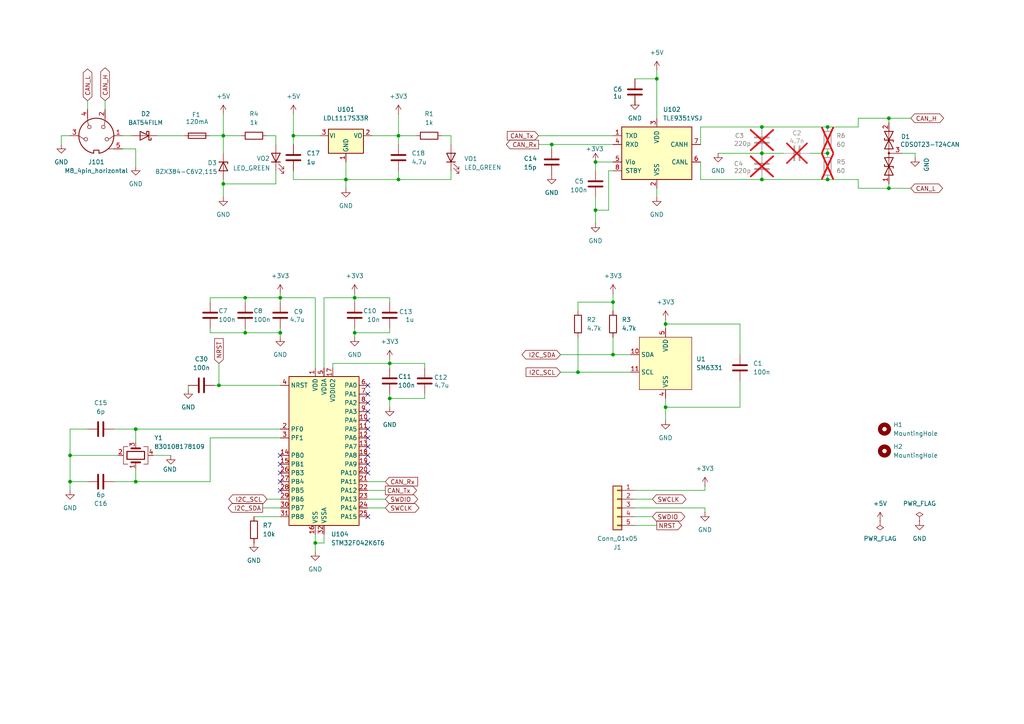
<source format=kicad_sch>
(kicad_sch (version 20231120) (generator "eeschema") (generator_version "8.0")
  (paper "A4")
  (lib_symbols
    (symbol "ASS_parts:SM6331"
      (property "Reference" "U" (at 0 1.27 0))
      (property "Value" "SM6331" (at 0 -1.27 0))
      (symbol "SM6331_0_0"
        (pin no_connect line (at 10.16 0 180) (length 2.54) hide (name "") (number "1"))
        (pin bidirectional line (at -10.16 2.54 0) (length 2.54) (name "SDA") (number "10"))
        (pin input line (at -10.16 -2.54 0) (length 2.54) (name "SCL") (number "11"))
        (pin no_connect line (at 10.16 0 180) (length 2.54) hide (name "") (number "12"))
        (pin no_connect line (at 10.16 0 180) (length 2.54) hide (name "") (number "13"))
        (pin no_connect line (at 10.16 0 180) (length 2.54) hide (name "") (number "14"))
        (pin no_connect line (at 10.16 0 180) (length 2.54) hide (name "") (number "15"))
        (pin no_connect line (at 10.16 0 180) (length 2.54) hide (name "") (number "16"))
        (pin no_connect line (at 10.16 0 180) (length 2.54) hide (name "") (number "2"))
        (pin no_connect line (at 10.16 0 180) (length 2.54) hide (name "") (number "3"))
        (pin power_in line (at 0 -10.16 90) (length 2.54) (name "VSS") (number "4"))
        (pin power_in line (at 0 10.16 270) (length 2.54) (name "VDD") (number "5"))
        (pin no_connect line (at 10.16 0 180) (length 2.54) hide (name "") (number "6"))
        (pin no_connect line (at 10.16 0 180) (length 2.54) hide (name "") (number "7"))
        (pin no_connect line (at 10.16 0 180) (length 2.54) hide (name "") (number "8"))
        (pin no_connect line (at 10.16 0 180) (length 2.54) hide (name "") (number "9"))
      )
      (symbol "SM6331_0_1"
        (rectangle (start -7.62 7.62) (end 7.62 -7.62) (fill (type background)))
      )
    )
    (symbol "Connector_Generic:Conn_01x05" (pin_names (offset 1.016) hide)
      (property "Reference" "J" (at 0 7.62 0))
      (property "Value" "Conn_01x05" (at 0 -7.62 0))
      (symbol "Conn_01x05_1_1"
        (rectangle (start -1.27 -4.953) (end 0 -5.207) (stroke (width 0.1524)))
        (rectangle (start -1.27 -2.413) (end 0 -2.667) (stroke (width 0.1524)))
        (rectangle (start -1.27 0.127) (end 0 -0.127) (stroke (width 0.1524)))
        (rectangle (start -1.27 2.667) (end 0 2.413) (stroke (width 0.1524)))
        (rectangle (start -1.27 5.207) (end 0 4.953) (stroke (width 0.1524)))
        (rectangle (start -1.27 6.35) (end 1.27 -6.35) (stroke (width 0.254)) (fill (type background)))
        (pin passive line (at -5.08 5.08 0) (length 3.81) (name "Pin_1") (number "1"))
        (pin passive line (at -5.08 2.54 0) (length 3.81) (name "Pin_2") (number "2"))
        (pin passive line (at -5.08 0 0) (length 3.81) (name "Pin_3") (number "3"))
        (pin passive line (at -5.08 -2.54 0) (length 3.81) (name "Pin_4") (number "4"))
        (pin passive line (at -5.08 -5.08 0) (length 3.81) (name "Pin_5") (number "5"))
      )
    )
    (symbol "Device:C" (pin_numbers hide) (pin_names (offset 0.254))
      (property "Reference" "C" (at 0.635 2.54 0))
      (property "Value" "C" (at 0.635 -2.54 0))
      (symbol "C_0_1"
        (polyline (pts (xy -2.032 -0.762) (xy 2.032 -0.762)) (stroke (width 0.508)))
        (polyline (pts (xy -2.032 0.762) (xy 2.032 0.762)) (stroke (width 0.508)))
      )
      (symbol "C_1_1"
        (pin passive line (at 0 3.81 270) (length 2.794) (name "~") (number "1"))
        (pin passive line (at 0 -3.81 90) (length 2.794) (name "~") (number "2"))
      )
    )
    (symbol "Device:D_Schottky" (pin_numbers hide) (pin_names (offset 1.016) hide)
      (property "Reference" "D" (at 0 2.54 0))
      (property "Value" "D_Schottky" (at 0 -2.54 0))
      (symbol "D_Schottky_0_1"
        (polyline (pts (xy 1.27 0) (xy -1.27 0)))
        (polyline (pts (xy 1.27 1.27) (xy 1.27 -1.27) (xy -1.27 0) (xy 1.27 1.27)) (stroke (width 0.254)))
        (polyline (pts (xy -1.905 0.635) (xy -1.905 1.27) (xy -1.27 1.27) (xy -1.27 -1.27) (xy -0.635 -1.27) (xy -0.635 -0.635)) (stroke (width 0.254)))
      )
      (symbol "D_Schottky_1_1"
        (pin passive line (at -3.81 0 0) (length 2.54) (name "K") (number "1"))
        (pin passive line (at 3.81 0 180) (length 2.54) (name "A") (number "2"))
      )
    )
    (symbol "Device:D_TVS_Dual_AAC" (pin_names (offset 1.016) hide)
      (property "Reference" "D" (at 0 4.445 0))
      (property "Value" "D_TVS_Dual_AAC" (at 0 2.54 0))
      (symbol "D_TVS_Dual_AAC_0_0"
        (polyline (pts (xy 0 -1.27) (xy 0 0)))
      )
      (symbol "D_TVS_Dual_AAC_0_1"
        (polyline (pts (xy -6.35 0) (xy 6.35 0)))
        (polyline (pts (xy -3.302 1.27) (xy -3.81 1.27) (xy -3.81 -1.27) (xy -4.318 -1.27)) (stroke (width 0.254)))
        (polyline (pts (xy 4.318 1.27) (xy 3.81 1.27) (xy 3.81 -1.27) (xy 3.302 -1.27)) (stroke (width 0.254)))
        (polyline (pts (xy -6.35 1.27) (xy -1.27 -1.27) (xy -1.27 1.27) (xy -6.35 -1.27) (xy -6.35 1.27)) (stroke (width 0.254)))
        (polyline (pts (xy 6.35 1.27) (xy 1.27 -1.27) (xy 1.27 1.27) (xy 6.35 -1.27) (xy 6.35 1.27)) (stroke (width 0.254)))
        (circle (center 0 0) (radius 0.254) (fill (type outline)))
      )
      (symbol "D_TVS_Dual_AAC_1_1"
        (pin passive line (at -8.89 0 0) (length 2.54) (name "A1") (number "1"))
        (pin passive line (at 8.89 0 180) (length 2.54) (name "A2") (number "2"))
        (pin passive line (at 0 -3.81 90) (length 2.54) (name "common") (number "3"))
      )
    )
    (symbol "Device:D_Zener" (pin_numbers hide) (pin_names (offset 1.016) hide)
      (property "Reference" "D" (at 0 2.54 0))
      (property "Value" "D_Zener" (at 0 -2.54 0))
      (symbol "D_Zener_0_1"
        (polyline (pts (xy 1.27 0) (xy -1.27 0)))
        (polyline (pts (xy -1.27 -1.27) (xy -1.27 1.27) (xy -0.762 1.27)) (stroke (width 0.254)))
        (polyline (pts (xy 1.27 -1.27) (xy 1.27 1.27) (xy -1.27 0) (xy 1.27 -1.27)) (stroke (width 0.254)))
      )
      (symbol "D_Zener_1_1"
        (pin passive line (at -3.81 0 0) (length 2.54) (name "K") (number "1"))
        (pin passive line (at 3.81 0 180) (length 2.54) (name "A") (number "2"))
      )
    )
    (symbol "Device:Fuse" (pin_numbers hide) (pin_names (offset 0))
      (property "Reference" "F" (at 2.032 0 90))
      (property "Value" "Fuse" (at -1.905 0 90))
      (symbol "Fuse_0_1"
        (rectangle (start -0.762 -2.54) (end 0.762 2.54) (stroke (width 0.254)))
        (polyline (pts (xy 0 2.54) (xy 0 -2.54)))
      )
      (symbol "Fuse_1_1"
        (pin passive line (at 0 3.81 270) (length 1.27) (name "~") (number "1"))
        (pin passive line (at 0 -3.81 90) (length 1.27) (name "~") (number "2"))
      )
    )
    (symbol "Device:LED" (pin_numbers hide) (pin_names (offset 1.016) hide)
      (property "Reference" "D" (at 0 2.54 0))
      (property "Value" "LED" (at 0 -2.54 0))
      (symbol "LED_0_1"
        (polyline (pts (xy -1.27 -1.27) (xy -1.27 1.27)) (stroke (width 0.254)))
        (polyline (pts (xy -1.27 0) (xy 1.27 0)))
        (polyline (pts (xy 1.27 -1.27) (xy 1.27 1.27) (xy -1.27 0) (xy 1.27 -1.27)) (stroke (width 0.254)))
        (polyline (pts (xy -3.048 -0.762) (xy -4.572 -2.286) (xy -3.81 -2.286) (xy -4.572 -2.286) (xy -4.572 -1.524)))
        (polyline (pts (xy -1.778 -0.762) (xy -3.302 -2.286) (xy -2.54 -2.286) (xy -3.302 -2.286) (xy -3.302 -1.524)))
      )
      (symbol "LED_1_1"
        (pin passive line (at -3.81 0 0) (length 2.54) (name "K") (number "1"))
        (pin passive line (at 3.81 0 180) (length 2.54) (name "A") (number "2"))
      )
    )
    (symbol "Device:R" (pin_numbers hide) (pin_names (offset 0))
      (property "Reference" "R" (at 2.032 0 90))
      (property "Value" "R" (at 0 0 90))
      (symbol "R_0_1"
        (rectangle (start -1.016 -2.54) (end 1.016 2.54) (stroke (width 0.254)))
      )
      (symbol "R_1_1"
        (pin passive line (at 0 3.81 270) (length 1.27) (name "~") (number "1"))
        (pin passive line (at 0 -3.81 90) (length 1.27) (name "~") (number "2"))
      )
    )
    (symbol "FaSTTUBe_Crystals:830108178109" (pin_names (offset 1.016) hide)
      (property "Reference" "Y" (at 3.175 5.08 0))
      (property "Value" "830108178109" (at 3.175 3.175 0))
      (symbol "830108178109_0_1"
        (rectangle (start -1.143 2.54) (end 1.143 -2.54) (stroke (width 0.3048)))
        (polyline (pts (xy -2.54 0) (xy -2.032 0)))
        (polyline (pts (xy -2.032 -1.27) (xy -2.032 1.27)) (stroke (width 0.508)))
        (polyline (pts (xy 0 -3.81) (xy 0 -3.556)))
        (polyline (pts (xy 0 3.556) (xy 0 3.81)))
        (polyline (pts (xy 2.032 -1.27) (xy 2.032 1.27)) (stroke (width 0.508)))
        (polyline (pts (xy 2.032 0) (xy 2.54 0)))
        (polyline (pts (xy -2.54 -2.286) (xy -2.54 -3.556) (xy 2.54 -3.556) (xy 2.54 -2.286)))
        (polyline (pts (xy -2.54 2.286) (xy -2.54 3.556) (xy 2.54 3.556) (xy 2.54 2.286)))
      )
      (symbol "830108178109_1_1"
        (pin passive line (at -3.81 0 0) (length 1.27) (name "1") (number "1"))
        (pin passive line (at 0 5.08 270) (length 1.27) (name "2") (number "2"))
        (pin passive line (at 3.81 0 180) (length 1.27) (name "3") (number "3"))
        (pin passive line (at 0 -5.08 90) (length 1.27) (name "4") (number "4"))
      )
    )
    (symbol "FaSTTUBe_Transceivers:TLE9351VSJ" (pin_names (offset 1.016))
      (property "Reference" "U" (at -10.16 8.89 0))
      (property "Value" "TLE9351VSJ" (at 2.54 8.89 0))
      (symbol "TLE9351VSJ_0_1"
        (rectangle (start -10.16 7.62) (end 10.16 -7.62) (stroke (width 0.254)) (fill (type background)))
      )
      (symbol "TLE9351VSJ_1_1"
        (pin input line (at -12.7 5.08 0) (length 2.54) (name "TXD") (number "1"))
        (pin power_in line (at 0 -10.16 90) (length 2.54) (name "VSS") (number "2"))
        (pin power_in line (at 0 10.16 270) (length 2.54) (name "VDD") (number "3"))
        (pin output line (at -12.7 2.54 0) (length 2.54) (name "RXD") (number "4"))
        (pin power_in line (at -12.7 -2.54 0) (length 2.54) (name "Vio") (number "5"))
        (pin bidirectional line (at 12.7 -2.54 180) (length 2.54) (name "CANL") (number "6"))
        (pin bidirectional line (at 12.7 2.54 180) (length 2.54) (name "CANH") (number "7"))
        (pin input line (at -12.7 -5.08 0) (length 2.54) (name "STBY") (number "8"))
      )
    )
    (symbol "FaSTTUBe_connectors:M8_4pin_horizontal" (pin_names (offset 1.016))
      (property "Reference" "J" (at 5.334 5.08 0))
      (property "Value" "M8_4pin_horizontal" (at 0 -6.35 0))
      (symbol "M8_4pin_horizontal_0_1"
        (arc (start -5.08 0) (mid -3.8597 -3.3379) (end -0.762 -5.08) (stroke (width 0.254)))
        (circle (center -3.048 -1.016) (radius 0.508))
        (circle (center -2.032 2.54) (radius 0.508))
        (polyline (pts (xy -3.556 -1.016) (xy -5.08 0)))
        (polyline (pts (xy 3.81 -3.81) (xy 3.556 -3.81)))
        (polyline (pts (xy 5.08 -3.81) (xy 3.81 -3.81)))
        (polyline (pts (xy 5.08 0) (xy 3.556 -1.016)))
        (polyline (pts (xy -2.54 5.08) (xy -2.54 4.318) (xy -2.286 3.048)))
        (polyline (pts (xy 2.54 5.08) (xy 2.54 4.318) (xy 2.286 3.048)))
        (polyline (pts (xy -0.762 -4.953) (xy -0.762 -4.191) (xy 0.762 -4.191) (xy 0.762 -4.953)) (stroke (width 0.254)))
        (arc (start 0.762 -5.08) (mid 3.8673 -3.3444) (end 5.08 0) (stroke (width 0.254)))
        (circle (center 2.032 2.54) (radius 0.508))
        (circle (center 3.048 -1.016) (radius 0.508))
        (arc (start 5.08 0) (mid 0 5.0579) (end -5.08 0) (stroke (width 0.254)))
      )
      (symbol "M8_4pin_horizontal_1_1"
        (pin passive line (at 7.62 0 180) (length 2.54) (name "~") (number "1"))
        (pin passive line (at 2.54 7.62 270) (length 2.54) (name "~") (number "2"))
        (pin passive line (at -7.62 0 0) (length 2.54) (name "~") (number "3"))
        (pin passive line (at -2.54 7.62 270) (length 2.54) (name "~") (number "4"))
        (pin passive line (at 7.62 -3.81 180) (length 2.54) (name "~") (number "5"))
      )
    )
    (symbol "GND_1" (power) (pin_numbers hide) (pin_names (offset 0) hide)
      (property "Value" "GND" (at 0 -3.81 0))
      (symbol "GND_1_0_1"
        (polyline (pts (xy 0 0) (xy 0 -1.27) (xy 1.27 -1.27) (xy 0 -2.54) (xy -1.27 -1.27) (xy 0 -1.27)))
      )
      (symbol "GND_1_1_1"
        (pin power_in line (at 0 0 270) (length 0) (name "~") (number "1"))
      )
    )
    (symbol "MCU_ST_STM32F0:STM32F042K6Tx"
      (property "Reference" "U" (at -10.16 21.59 0))
      (property "Value" "STM32F042K6Tx" (at 5.08 21.59 0))
      (symbol "STM32F042K6Tx_0_1"
        (rectangle (start -10.16 -22.86) (end 10.16 20.32) (stroke (width 0.254)) (fill (type background)))
      )
      (symbol "STM32F042K6Tx_1_1"
        (pin power_in line (at -2.54 22.86 270) (length 2.54) (name "VDD") (number "1"))
        (pin bidirectional line (at 12.7 7.62 180) (length 2.54) (name "PA4") (number "10"))
        (pin bidirectional line (at 12.7 5.08 180) (length 2.54) (name "PA5") (number "11"))
        (pin bidirectional line (at 12.7 2.54 180) (length 2.54) (name "PA6") (number "12"))
        (pin bidirectional line (at 12.7 0 180) (length 2.54) (name "PA7") (number "13"))
        (pin bidirectional line (at -12.7 -2.54 0) (length 2.54) (name "PB0") (number "14"))
        (pin bidirectional line (at -12.7 -5.08 0) (length 2.54) (name "PB1") (number "15"))
        (pin power_in line (at -2.54 -25.4 90) (length 2.54) (name "VSS") (number "16"))
        (pin power_in line (at 2.54 22.86 270) (length 2.54) (name "VDDIO2") (number "17"))
        (pin bidirectional line (at 12.7 -2.54 180) (length 2.54) (name "PA8") (number "18"))
        (pin bidirectional line (at 12.7 -5.08 180) (length 2.54) (name "PA9") (number "19"))
        (pin input line (at -12.7 5.08 0) (length 2.54) (name "PF0") (number "2"))
        (pin bidirectional line (at 12.7 -7.62 180) (length 2.54) (name "PA10") (number "20"))
        (pin bidirectional line (at 12.7 -10.16 180) (length 2.54) (name "PA11") (number "21"))
        (pin bidirectional line (at 12.7 -12.7 180) (length 2.54) (name "PA12") (number "22"))
        (pin bidirectional line (at 12.7 -15.24 180) (length 2.54) (name "PA13") (number "23"))
        (pin bidirectional line (at 12.7 -17.78 180) (length 2.54) (name "PA14") (number "24"))
        (pin bidirectional line (at 12.7 -20.32 180) (length 2.54) (name "PA15") (number "25"))
        (pin bidirectional line (at -12.7 -7.62 0) (length 2.54) (name "PB3") (number "26"))
        (pin bidirectional line (at -12.7 -10.16 0) (length 2.54) (name "PB4") (number "27"))
        (pin bidirectional line (at -12.7 -12.7 0) (length 2.54) (name "PB5") (number "28"))
        (pin bidirectional line (at -12.7 -15.24 0) (length 2.54) (name "PB6") (number "29"))
        (pin input line (at -12.7 2.54 0) (length 2.54) (name "PF1") (number "3"))
        (pin bidirectional line (at -12.7 -17.78 0) (length 2.54) (name "PB7") (number "30"))
        (pin bidirectional line (at -12.7 -20.32 0) (length 2.54) (name "PB8") (number "31"))
        (pin power_in line (at 0 -25.4 90) (length 2.54) (name "VSSA") (number "32"))
        (pin input line (at -12.7 17.78 0) (length 2.54) (name "NRST") (number "4"))
        (pin power_in line (at 0 22.86 270) (length 2.54) (name "VDDA") (number "5"))
        (pin bidirectional line (at 12.7 17.78 180) (length 2.54) (name "PA0") (number "6"))
        (pin bidirectional line (at 12.7 15.24 180) (length 2.54) (name "PA1") (number "7"))
        (pin bidirectional line (at 12.7 12.7 180) (length 2.54) (name "PA2") (number "8"))
        (pin bidirectional line (at 12.7 10.16 180) (length 2.54) (name "PA3") (number "9"))
      )
    )
    (symbol "Mechanical:MountingHole" (pin_names (offset 1.016)) (exclude_from_sim yes) (in_bom no)
      (property "Reference" "H" (at 0 5.08 0))
      (property "Value" "MountingHole" (at 0 3.175 0))
      (symbol "MountingHole_0_1"
        (circle (center 0 0) (radius 1.27) (stroke (width 1.27)))
      )
    )
    (symbol "Regulator_Linear:AP1117-33" (pin_names (offset 0.254))
      (property "Reference" "U" (at -3.81 3.175 0))
      (property "Value" "AP1117-33" (at 0 3.175 0))
      (symbol "AP1117-33_0_1"
        (rectangle (start -5.08 -5.08) (end 5.08 1.905) (stroke (width 0.254)) (fill (type background)))
      )
      (symbol "AP1117-33_1_1"
        (pin power_in line (at 0 -7.62 90) (length 2.54) (name "GND") (number "1"))
        (pin power_out line (at 7.62 0 180) (length 2.54) (name "VO") (number "2"))
        (pin power_in line (at -7.62 0 0) (length 2.54) (name "VI") (number "3"))
      )
    )
    (symbol "power:+3V3" (power) (pin_numbers hide) (pin_names (offset 0) hide)
      (property "Value" "+3V3" (at 0 3.556 0))
      (symbol "+3V3_0_1"
        (polyline (pts (xy -0.762 1.27) (xy 0 2.54)))
        (polyline (pts (xy 0 0) (xy 0 2.54)))
        (polyline (pts (xy 0 2.54) (xy 0.762 1.27)))
      )
      (symbol "+3V3_1_1"
        (pin power_in line (at 0 0 90) (length 0) (name "~") (number "1"))
      )
    )
    (symbol "power:+5V" (power) (pin_numbers hide) (pin_names (offset 0) hide)
      (property "Value" "+5V" (at 0 3.556 0))
      (symbol "+5V_0_1"
        (polyline (pts (xy -0.762 1.27) (xy 0 2.54)))
        (polyline (pts (xy 0 0) (xy 0 2.54)))
        (polyline (pts (xy 0 2.54) (xy 0.762 1.27)))
      )
      (symbol "+5V_1_1"
        (pin power_in line (at 0 0 90) (length 0) (name "~") (number "1"))
      )
    )
    (symbol "power:GND" (power) (pin_names (offset 0))
      (property "Value" "GND" (at 0 -3.81 0))
      (symbol "GND_0_1"
        (polyline (pts (xy 0 0) (xy 0 -1.27) (xy 1.27 -1.27) (xy 0 -2.54) (xy -1.27 -1.27) (xy 0 -1.27)))
      )
      (symbol "GND_1_1"
        (pin power_in line (at 0 0 270) (length 0) hide (name "GND") (number "1"))
      )
    )
    (symbol "power:PWR_FLAG" (power) (pin_numbers hide) (pin_names (offset 0) hide)
      (property "Value" "PWR_FLAG" (at 0 3.81 0))
      (symbol "PWR_FLAG_0_0"
        (pin power_out line (at 0 0 90) (length 0) (name "~") (number "1"))
      )
      (symbol "PWR_FLAG_0_1"
        (polyline (pts (xy 0 0) (xy 0 1.27) (xy -1.016 1.905) (xy 0 2.54) (xy 1.016 1.905) (xy 0 1.27)))
      )
    )
  )
  (junction (at 115.57 52.07))
  (junction (at 240.03 44.45))
  (junction (at 220.98 36.83))
  (junction (at 257.81 54.61))
  (junction (at 167.64 107.95))
  (junction (at 113.03 115.57))
  (junction (at 102.87 86.36))
  (junction (at 20.32 139.7))
  (junction (at 71.12 86.36))
  (junction (at 172.72 46.99))
  (junction (at 257.81 34.29))
  (junction (at 177.8 87.63))
  (junction (at 81.28 86.36))
  (junction (at 71.12 96.52))
  (junction (at 63.5 111.76))
  (junction (at 102.87 96.52))
  (junction (at 172.72 60.96))
  (junction (at 85.09 39.37))
  (junction (at 160.02 41.91))
  (junction (at 115.57 39.37))
  (junction (at 113.03 105.41))
  (junction (at 193.04 118.11))
  (junction (at 20.32 132.08))
  (junction (at 64.77 39.37))
  (junction (at 39.37 139.7))
  (junction (at 81.28 96.52))
  (junction (at 240.03 52.07))
  (junction (at 100.33 52.07))
  (junction (at 193.04 93.98))
  (junction (at 177.8 102.87))
  (junction (at 190.5 22.86))
  (junction (at 220.98 52.07))
  (junction (at 220.98 44.45))
  (junction (at 91.44 157.48))
  (junction (at 39.37 124.46))
  (junction (at 64.77 53.34))
  (junction (at 240.03 36.83))
  (no_connect (at 106.68 132.08))
  (no_connect (at 106.68 149.86))
  (no_connect (at 106.68 134.62))
  (no_connect (at 106.68 137.16))
  (no_connect (at 106.68 111.76))
  (no_connect (at 106.68 114.3))
  (no_connect (at 106.68 116.84))
  (no_connect (at 106.68 119.38))
  (no_connect (at 106.68 121.92))
  (no_connect (at 106.68 124.46))
  (no_connect (at 106.68 127))
  (no_connect (at 106.68 129.54))
  (no_connect (at 81.28 132.08))
  (no_connect (at 81.28 134.62))
  (no_connect (at 81.28 137.16))
  (no_connect (at 81.28 139.7))
  (no_connect (at 81.28 142.24))
  (wire (pts (xy 107.95 39.37) (xy 115.57 39.37)))
  (wire (pts (xy 167.64 90.17) (xy 167.64 87.63)))
  (wire (pts (xy 102.87 86.36) (xy 113.03 86.36)))
  (wire (pts (xy 33.02 124.46) (xy 39.37 124.46)))
  (wire (pts (xy 100.33 52.07) (xy 115.57 52.07)))
  (wire (pts (xy 96.52 105.41) (xy 96.52 106.68)))
  (wire (pts (xy 64.77 39.37) (xy 64.77 44.45)))
  (wire (pts (xy 184.15 22.86) (xy 190.5 22.86)))
  (wire (pts (xy 106.68 144.78) (xy 111.76 144.78)))
  (wire (pts (xy 203.2 36.83) (xy 203.2 41.91)))
  (wire (pts (xy 60.96 86.36) (xy 71.12 86.36)))
  (wire (pts (xy 102.87 85.09) (xy 102.87 86.36)))
  (wire (pts (xy 64.77 53.34) (xy 64.77 52.07)))
  (wire (pts (xy 39.37 124.46) (xy 39.37 128.27)))
  (wire (pts (xy 172.72 46.99) (xy 177.8 46.99)))
  (wire (pts (xy 162.56 107.95) (xy 167.64 107.95)))
  (wire (pts (xy 257.81 53.34) (xy 257.81 54.61)))
  (wire (pts (xy 25.4 29.21) (xy 25.4 31.75)))
  (wire (pts (xy 208.28 44.45) (xy 220.98 44.45)))
  (wire (pts (xy 33.02 139.7) (xy 39.37 139.7)))
  (wire (pts (xy 76.2 147.32) (xy 81.28 147.32)))
  (wire (pts (xy 106.68 142.24) (xy 111.76 142.24)))
  (wire (pts (xy 20.32 132.08) (xy 34.29 132.08)))
  (wire (pts (xy 91.44 157.48) (xy 91.44 160.02)))
  (wire (pts (xy 257.81 34.29) (xy 264.16 34.29)))
  (wire (pts (xy 265.43 45.72) (xy 265.43 44.45)))
  (wire (pts (xy 167.64 87.63) (xy 177.8 87.63)))
  (wire (pts (xy 123.19 105.41) (xy 123.19 106.68)))
  (wire (pts (xy 265.43 44.45) (xy 261.62 44.45)))
  (wire (pts (xy 81.28 86.36) (xy 91.44 86.36)))
  (wire (pts (xy 204.47 147.32) (xy 204.47 148.59)))
  (wire (pts (xy 71.12 86.36) (xy 71.12 87.63)))
  (wire (pts (xy 102.87 97.79) (xy 102.87 96.52)))
  (wire (pts (xy 81.28 86.36) (xy 81.28 87.63)))
  (wire (pts (xy 102.87 86.36) (xy 102.87 87.63)))
  (wire (pts (xy 240.03 36.83) (xy 248.92 36.83)))
  (wire (pts (xy 91.44 86.36) (xy 91.44 106.68)))
  (wire (pts (xy 128.27 39.37) (xy 130.81 39.37)))
  (wire (pts (xy 85.09 52.07) (xy 100.33 52.07)))
  (wire (pts (xy 184.15 149.86) (xy 189.23 149.86)))
  (wire (pts (xy 39.37 124.46) (xy 81.28 124.46)))
  (wire (pts (xy 60.96 127) (xy 60.96 139.7)))
  (wire (pts (xy 172.72 49.53) (xy 172.72 46.99)))
  (wire (pts (xy 85.09 49.53) (xy 85.09 52.07)))
  (wire (pts (xy 248.92 34.29) (xy 257.81 34.29)))
  (wire (pts (xy 113.03 96.52) (xy 113.03 95.25)))
  (wire (pts (xy 25.4 124.46) (xy 20.32 124.46)))
  (wire (pts (xy 234.95 44.45) (xy 240.03 44.45)))
  (wire (pts (xy 203.2 36.83) (xy 220.98 36.83)))
  (wire (pts (xy 85.09 39.37) (xy 85.09 41.91)))
  (wire (pts (xy 115.57 52.07) (xy 130.81 52.07)))
  (wire (pts (xy 184.15 147.32) (xy 204.47 147.32)))
  (wire (pts (xy 123.19 115.57) (xy 123.19 114.3)))
  (wire (pts (xy 220.98 52.07) (xy 240.03 52.07)))
  (wire (pts (xy 177.8 87.63) (xy 177.8 90.17)))
  (wire (pts (xy 20.32 132.08) (xy 20.32 139.7)))
  (wire (pts (xy 77.47 144.78) (xy 81.28 144.78)))
  (wire (pts (xy 113.03 105.41) (xy 113.03 106.68)))
  (wire (pts (xy 184.15 142.24) (xy 204.47 142.24)))
  (wire (pts (xy 106.68 147.32) (xy 111.76 147.32)))
  (wire (pts (xy 115.57 39.37) (xy 120.65 39.37)))
  (wire (pts (xy 184.15 152.4) (xy 190.5 152.4)))
  (wire (pts (xy 91.44 154.94) (xy 91.44 157.48)))
  (wire (pts (xy 193.04 92.71) (xy 193.04 93.98)))
  (wire (pts (xy 130.81 52.07) (xy 130.81 49.53)))
  (wire (pts (xy 64.77 57.15) (xy 64.77 53.34)))
  (wire (pts (xy 115.57 52.07) (xy 115.57 49.53)))
  (wire (pts (xy 64.77 53.34) (xy 80.01 53.34)))
  (wire (pts (xy 176.53 49.53) (xy 176.53 60.96)))
  (wire (pts (xy 73.66 149.86) (xy 81.28 149.86)))
  (wire (pts (xy 172.72 60.96) (xy 176.53 60.96)))
  (wire (pts (xy 248.92 54.61) (xy 248.92 52.07)))
  (wire (pts (xy 60.96 96.52) (xy 71.12 96.52)))
  (wire (pts (xy 39.37 139.7) (xy 60.96 139.7)))
  (wire (pts (xy 257.81 34.29) (xy 257.81 35.56)))
  (wire (pts (xy 184.15 29.21) (xy 184.15 30.48)))
  (wire (pts (xy 177.8 97.79) (xy 177.8 102.87)))
  (wire (pts (xy 113.03 115.57) (xy 113.03 114.3)))
  (wire (pts (xy 160.02 43.18) (xy 160.02 41.91)))
  (wire (pts (xy 156.21 41.91) (xy 160.02 41.91)))
  (wire (pts (xy 91.44 157.48) (xy 93.98 157.48)))
  (wire (pts (xy 214.63 93.98) (xy 193.04 93.98)))
  (wire (pts (xy 240.03 52.07) (xy 248.92 52.07)))
  (wire (pts (xy 203.2 46.99) (xy 203.2 52.07)))
  (wire (pts (xy 190.5 54.61) (xy 190.5 57.15)))
  (wire (pts (xy 214.63 93.98) (xy 214.63 102.87)))
  (wire (pts (xy 60.96 86.36) (xy 60.96 87.63)))
  (wire (pts (xy 190.5 20.32) (xy 190.5 22.86)))
  (wire (pts (xy 30.48 29.21) (xy 30.48 31.75)))
  (wire (pts (xy 85.09 39.37) (xy 92.71 39.37)))
  (wire (pts (xy 193.04 118.11) (xy 214.63 118.11)))
  (wire (pts (xy 60.96 96.52) (xy 60.96 95.25)))
  (wire (pts (xy 20.32 139.7) (xy 20.32 142.24)))
  (wire (pts (xy 113.03 118.11) (xy 113.03 115.57)))
  (wire (pts (xy 162.56 102.87) (xy 177.8 102.87)))
  (wire (pts (xy 20.32 124.46) (xy 20.32 132.08)))
  (wire (pts (xy 60.96 39.37) (xy 64.77 39.37)))
  (wire (pts (xy 130.81 39.37) (xy 130.81 41.91)))
  (wire (pts (xy 115.57 41.91) (xy 115.57 39.37)))
  (wire (pts (xy 71.12 86.36) (xy 81.28 86.36)))
  (wire (pts (xy 106.68 139.7) (xy 111.76 139.7)))
  (wire (pts (xy 172.72 57.15) (xy 172.72 60.96)))
  (wire (pts (xy 184.15 144.78) (xy 189.23 144.78)))
  (wire (pts (xy 113.03 86.36) (xy 113.03 87.63)))
  (wire (pts (xy 190.5 22.86) (xy 190.5 34.29)))
  (wire (pts (xy 71.12 96.52) (xy 81.28 96.52)))
  (wire (pts (xy 214.63 118.11) (xy 214.63 110.49)))
  (wire (pts (xy 257.81 54.61) (xy 264.16 54.61)))
  (wire (pts (xy 81.28 85.09) (xy 81.28 86.36)))
  (wire (pts (xy 156.21 39.37) (xy 177.8 39.37)))
  (wire (pts (xy 39.37 135.89) (xy 39.37 139.7)))
  (wire (pts (xy 177.8 102.87) (xy 182.88 102.87)))
  (wire (pts (xy 177.8 85.09) (xy 177.8 87.63)))
  (wire (pts (xy 17.78 39.37) (xy 20.32 39.37)))
  (wire (pts (xy 220.98 44.45) (xy 227.33 44.45)))
  (wire (pts (xy 54.61 111.76) (xy 54.61 113.03)))
  (wire (pts (xy 35.56 39.37) (xy 38.1 39.37)))
  (wire (pts (xy 203.2 52.07) (xy 220.98 52.07)))
  (wire (pts (xy 176.53 49.53) (xy 177.8 49.53)))
  (wire (pts (xy 60.96 127) (xy 81.28 127)))
  (wire (pts (xy 167.64 107.95) (xy 167.64 97.79)))
  (wire (pts (xy 96.52 105.41) (xy 113.03 105.41)))
  (wire (pts (xy 63.5 105.41) (xy 63.5 111.76)))
  (wire (pts (xy 193.04 115.57) (xy 193.04 118.11)))
  (wire (pts (xy 63.5 111.76) (xy 81.28 111.76)))
  (wire (pts (xy 80.01 39.37) (xy 80.01 41.91)))
  (wire (pts (xy 64.77 39.37) (xy 69.85 39.37)))
  (wire (pts (xy 248.92 34.29) (xy 248.92 36.83)))
  (wire (pts (xy 115.57 33.02) (xy 115.57 39.37)))
  (wire (pts (xy 71.12 96.52) (xy 71.12 95.25)))
  (wire (pts (xy 77.47 39.37) (xy 80.01 39.37)))
  (wire (pts (xy 17.78 41.91) (xy 17.78 39.37)))
  (wire (pts (xy 113.03 105.41) (xy 123.19 105.41)))
  (wire (pts (xy 39.37 48.26) (xy 39.37 43.18)))
  (wire (pts (xy 85.09 33.02) (xy 85.09 39.37)))
  (wire (pts (xy 93.98 157.48) (xy 93.98 154.94)))
  (wire (pts (xy 45.72 39.37) (xy 53.34 39.37)))
  (wire (pts (xy 102.87 96.52) (xy 113.03 96.52)))
  (wire (pts (xy 81.28 97.79) (xy 81.28 96.52)))
  (wire (pts (xy 113.03 104.14) (xy 113.03 105.41)))
  (wire (pts (xy 93.98 86.36) (xy 102.87 86.36)))
  (wire (pts (xy 193.04 93.98) (xy 193.04 95.25)))
  (wire (pts (xy 102.87 96.52) (xy 102.87 95.25)))
  (wire (pts (xy 44.45 132.08) (xy 49.53 132.08)))
  (wire (pts (xy 113.03 115.57) (xy 123.19 115.57)))
  (wire (pts (xy 204.47 142.24) (xy 204.47 140.97)))
  (wire (pts (xy 248.92 54.61) (xy 257.81 54.61)))
  (wire (pts (xy 182.88 107.95) (xy 167.64 107.95)))
  (wire (pts (xy 100.33 46.99) (xy 100.33 52.07)))
  (wire (pts (xy 64.77 33.02) (xy 64.77 39.37)))
  (wire (pts (xy 39.37 43.18) (xy 35.56 43.18)))
  (wire (pts (xy 100.33 52.07) (xy 100.33 54.61)))
  (wire (pts (xy 81.28 96.52) (xy 81.28 95.25)))
  (wire (pts (xy 193.04 118.11) (xy 193.04 121.92)))
  (wire (pts (xy 220.98 36.83) (xy 240.03 36.83)))
  (wire (pts (xy 93.98 86.36) (xy 93.98 106.68)))
  (wire (pts (xy 172.72 60.96) (xy 172.72 64.77)))
  (wire (pts (xy 20.32 139.7) (xy 25.4 139.7)))
  (wire (pts (xy 160.02 41.91) (xy 177.8 41.91)))
  (wire (pts (xy 62.23 111.76) (xy 63.5 111.76)))
  (wire (pts (xy 80.01 53.34) (xy 80.01 49.53)))
  (global_label "CAN_Rx" (shape output) (at 156.21 41.91 180) (property "Intersheetrefs" "${INTERSHEET_REFS}" (effects (hide yes))))
  (global_label "SWCLK" (shape bidirectional) (at 189.23 144.78 0) (property "Intersheetrefs" "${INTERSHEET_REFS}" (effects (hide yes))))
  (global_label "NRST" (shape input) (at 63.5 105.41 90) (property "Intersheetrefs" "${INTERSHEET_REFS}" (effects (hide yes))))
  (global_label "SWDIO" (shape bidirectional) (at 111.76 144.78 0) (property "Intersheetrefs" "${INTERSHEET_REFS}" (effects (hide yes))))
  (global_label "CAN_L" (shape bidirectional) (at 264.16 54.61 0) (property "Intersheetrefs" "${INTERSHEET_REFS}" (effects (hide yes))))
  (global_label "NRST" (shape output) (at 190.5 152.4 0) (property "Intersheetrefs" "${INTERSHEET_REFS}" (effects (hide yes))))
  (global_label "CAN_Tx" (shape input) (at 156.21 39.37 180) (property "Intersheetrefs" "${INTERSHEET_REFS}" (effects (hide yes))))
  (global_label "SWCLK" (shape bidirectional) (at 111.76 147.32 0) (property "Intersheetrefs" "${INTERSHEET_REFS}" (effects (hide yes))))
  (global_label "SWDIO" (shape bidirectional) (at 189.23 149.86 0) (property "Intersheetrefs" "${INTERSHEET_REFS}" (effects (hide yes))))
  (global_label "CAN_H" (shape bidirectional) (at 30.48 29.21 90) (property "Intersheetrefs" "${INTERSHEET_REFS}" (effects (hide yes))))
  (global_label "I2C_SCL" (shape bidirectional) (at 77.47 144.78 180) (property "Intersheetrefs" "${INTERSHEET_REFS}" (effects (hide yes))))
  (global_label "CAN_Tx" (shape output) (at 111.76 142.24 0) (property "Intersheetrefs" "${INTERSHEET_REFS}" (effects (hide yes))))
  (global_label "CAN_L" (shape bidirectional) (at 25.4 29.21 90) (property "Intersheetrefs" "${INTERSHEET_REFS}" (effects (hide yes))))
  (global_label "I2C_SDA" (shape output) (at 76.2 147.32 180) (property "Intersheetrefs" "${INTERSHEET_REFS}" (effects (hide yes))))
  (global_label "CAN_H" (shape bidirectional) (at 264.16 34.29 0) (property "Intersheetrefs" "${INTERSHEET_REFS}" (effects (hide yes))))
  (global_label "CAN_Rx" (shape input) (at 111.76 139.7 0) (property "Intersheetrefs" "${INTERSHEET_REFS}" (effects (hide yes))))
  (global_label "I2C_SDA" (shape bidirectional) (at 162.56 102.87 180) (property "Intersheetrefs" "${INTERSHEET_REFS}" (effects (hide yes))))
  (global_label "I2C_SCL" (shape input) (at 162.56 107.95 180) (property "Intersheetrefs" "${INTERSHEET_REFS}" (effects (hide yes))))
  (symbol (lib_id "Device:C") (at 220.98 48.26 180) (unit 1) (dnp yes)
    (property "Reference" "C4" (at 212.852 47.498 0) (effects (justify right)))
    (property "Value" "220p" (at 212.852 49.53 0) (effects (justify right)))
    (property "Footprint" "Capacitor_SMD:C_0603_1608Metric" (effects (hide yes)))
  )
  (symbol (lib_id "Device:C") (at 85.09 45.72 0) (unit 1)
    (property "Reference" "C17" (at 88.9 44.4499 0) (effects (justify left)))
    (property "Value" "1u" (at 88.9 46.9899 0) (effects (justify left)))
    (property "Footprint" "Capacitor_SMD:C_0603_1608Metric" (effects (hide yes)))
  )
  (symbol (lib_id "Mechanical:MountingHole") (at 256.54 124.46 0) (unit 1) (exclude_from_sim yes) (in_bom no)
    (property "Reference" "H1" (at 259.08 123.1899 0) (effects (justify left)))
    (property "Value" "MountingHole" (at 259.08 125.7299 0) (effects (justify left)))
    (property "Footprint" "MountingHole:MountingHole_3.2mm_M3_ISO7380" (effects (hide yes)))
    (property "Description" "Mounting Hole without connection" (effects (hide yes)))
  )
  (symbol (lib_name "GND_1") (lib_id "power:GND") (at 102.87 97.79 0) (unit 1)
    (property "Reference" "#PWR04" (effects (hide yes)))
    (property "Value" "GND" (at 102.87 102.87 0))
    (property "Description" "Power symbol creates a global label with name \"GND\" , ground" (effects (hide yes)))
  )
  (symbol (lib_id "Device:C") (at 29.21 139.7 270) (unit 1)
    (property "Reference" "C16" (at 29.21 146.05 90))
    (property "Value" "6p" (at 29.21 143.51 90))
    (property "Footprint" "Capacitor_SMD:C_0603_1608Metric" (effects (hide yes)))
    (property "LCSC" "C1549" (effects (hide yes)))
  )
  (symbol (lib_id "Device:R") (at 124.46 39.37 90) (unit 1)
    (property "Reference" "R1" (at 124.46 33.02 90))
    (property "Value" "1k" (at 124.46 35.56 90))
    (property "Footprint" "Resistor_SMD:R_0603_1608Metric" (effects (hide yes)))
  )
  (symbol (lib_id "power:GND") (at 17.78 41.91 0) (unit 1)
    (property "Reference" "#PWR0105" (effects (hide yes)))
    (property "Value" "GND" (at 17.78 46.99 0))
  )
  (symbol (lib_name "GND_1") (lib_id "power:GND") (at 39.37 48.26 0) (unit 1)
    (property "Reference" "#PWR028" (effects (hide yes)))
    (property "Value" "GND" (at 39.37 53.34 0))
    (property "Description" "Power symbol creates a global label with name \"GND\" , ground" (effects (hide yes)))
  )
  (symbol (lib_id "Device:C") (at 172.72 53.34 0) (unit 1)
    (property "Reference" "C5" (at 166.624 52.578 0) (effects (justify left)))
    (property "Value" "100n" (at 165.354 55.118 0) (effects (justify left)))
    (property "Footprint" "Capacitor_SMD:C_0603_1608Metric" (effects (hide yes)))
  )
  (symbol (lib_id "FaSTTUBe_connectors:M8_4pin_horizontal") (at 27.94 39.37 0) (unit 1)
    (property "Reference" "J101" (at 27.9401 46.99 0))
    (property "Value" "M8_4pin_horizontal" (at 27.9401 49.53 0))
    (property "Footprint" "FaSTTUBe_connectors:M8_718_4pin_horizontal" (effects (hide yes)))
    (property "Datasheet" "https://www.binder-connector.com/de/produkte/automatisierungstechnik/m-8-sensorsteckverbinder/flanschdose-gewinkelt-von-vorn-verschraubbar-mit-schirmblech-tauchloeten#866618112100004" (effects (hide yes)))
  )
  (symbol (lib_id "Device:C") (at 231.14 44.45 90) (unit 1) (dnp yes)
    (property "Reference" "C2" (at 231.14 38.608 90))
    (property "Value" "4.7n" (at 231.14 40.894 90))
    (property "Footprint" "Capacitor_SMD:C_0603_1608Metric" (effects (hide yes)))
  )
  (symbol (lib_id "Mechanical:MountingHole") (at 256.54 130.81 0) (unit 1) (exclude_from_sim yes) (in_bom no)
    (property "Reference" "H2" (at 259.08 129.5399 0) (effects (justify left)))
    (property "Value" "MountingHole" (at 259.08 132.0799 0) (effects (justify left)))
    (property "Footprint" "MountingHole:MountingHole_3.2mm_M3_ISO7380" (effects (hide yes)))
    (property "Description" "Mounting Hole without connection" (effects (hide yes)))
  )
  (symbol (lib_id "ASS_parts:SM6331") (at 193.04 105.41 0) (unit 1)
    (property "Reference" "U1" (at 201.93 104.1399 0) (effects (justify left)))
    (property "Value" "SM6331" (at 201.93 106.6799 0) (effects (justify left)))
    (property "Footprint" "ASS_parts:SM6000_SOIC-16" (effects (hide yes)))
    (property "Datasheet" "https://www.te.com/commerce/DocumentDelivery/DDEController?Action=showdoc&DocId=Data+Sheet%7FSM7000SM6000SM5000%7FA6%7Fpdf%7FEnglish%7FENG_DS_SM7000SM6000SM5000_A6.pdf%7F6331-BCE-S-005-000" (effects (hide yes)))
  )
  (symbol (lib_id "power:GND") (at 265.43 45.72 0) (unit 1)
    (property "Reference" "#PWR02" (effects (hide yes)))
    (property "Value" "GND" (at 268.732 45.72 90) (effects (justify right)))
  )
  (symbol (lib_id "power:+3V3") (at 102.87 85.09 0) (unit 1)
    (property "Reference" "#PWR07" (effects (hide yes)))
    (property "Value" "+3V3" (at 102.87 80.01 0))
    (property "Description" "Power symbol creates a global label with name \"+3V3\"" (effects (hide yes)))
  )
  (symbol (lib_id "power:+5V") (at 190.5 20.32 0) (unit 1)
    (property "Reference" "#PWR015" (effects (hide yes)))
    (property "Value" "+5V" (at 190.5 15.24 0))
    (property "Description" "Power symbol creates a global label with name \"+5V\"" (effects (hide yes)))
  )
  (symbol (lib_id "Device:R") (at 240.03 40.64 0) (unit 1) (dnp yes)
    (property "Reference" "R6" (at 242.57 39.3699 0) (effects (justify left)))
    (property "Value" "60" (at 242.57 41.9099 0) (effects (justify left)))
    (property "Footprint" "Resistor_SMD:R_0603_1608Metric" (effects (hide yes)))
  )
  (symbol (lib_name "GND_1") (lib_id "power:GND") (at 172.72 64.77 0) (unit 1)
    (property "Reference" "#PWR025" (effects (hide yes)))
    (property "Value" "GND" (at 172.72 69.85 0))
    (property "Description" "Power symbol creates a global label with name \"GND\" , ground" (effects (hide yes)))
  )
  (symbol (lib_id "power:+3V3") (at 204.47 140.97 0) (unit 1)
    (property "Reference" "#PWR029" (effects (hide yes)))
    (property "Value" "+3V3" (at 204.47 135.89 0))
    (property "Description" "Power symbol creates a global label with name \"+3V3\"" (effects (hide yes)))
  )
  (symbol (lib_id "power:+3V3") (at 172.72 46.99 0) (unit 1)
    (property "Reference" "#PWR019" (effects (hide yes)))
    (property "Value" "+3V3" (at 172.466 43.18 0))
    (property "Description" "Power symbol creates a global label with name \"+3V3\"" (effects (hide yes)))
  )
  (symbol (lib_id "Device:C") (at 214.63 106.68 0) (unit 1)
    (property "Reference" "C1" (at 218.44 105.4099 0) (effects (justify left)))
    (property "Value" "100n" (at 218.44 107.9499 0) (effects (justify left)))
    (property "Footprint" "Capacitor_SMD:C_0603_1608Metric" (effects (hide yes)))
  )
  (symbol (lib_name "GND_1") (lib_id "power:GND") (at 266.7 151.13 0) (unit 1)
    (property "Reference" "#PWR016" (effects (hide yes)))
    (property "Value" "GND" (at 266.7 156.21 0))
    (property "Description" "Power symbol creates a global label with name \"GND\" , ground" (effects (hide yes)))
  )
  (symbol (lib_id "power:+3V3") (at 113.03 104.14 0) (unit 1)
    (property "Reference" "#PWR05" (effects (hide yes)))
    (property "Value" "+3V3" (at 113.03 99.06 0))
    (property "Description" "Power symbol creates a global label with name \"+3V3\"" (effects (hide yes)))
  )
  (symbol (lib_name "GND_1") (lib_id "power:GND") (at 64.77 57.15 0) (unit 1)
    (property "Reference" "#PWR022" (effects (hide yes)))
    (property "Value" "GND" (at 64.77 62.23 0))
    (property "Description" "Power symbol creates a global label with name \"GND\" , ground" (effects (hide yes)))
  )
  (symbol (lib_name "GND_1") (lib_id "power:GND") (at 160.02 50.8 0) (unit 1)
    (property "Reference" "#PWR017" (effects (hide yes)))
    (property "Value" "GND" (at 160.02 55.88 0))
    (property "Description" "Power symbol creates a global label with name \"GND\" , ground" (effects (hide yes)))
  )
  (symbol (lib_id "power:GND") (at 20.32 142.24 0) (unit 1)
    (property "Reference" "#PWR06" (effects (hide yes)))
    (property "Value" "GND" (at 20.32 147.32 0))
  )
  (symbol (lib_name "GND_1") (lib_id "power:GND") (at 81.28 97.79 0) (unit 1)
    (property "Reference" "#PWR08" (effects (hide yes)))
    (property "Value" "GND" (at 81.28 102.87 0))
    (property "Description" "Power symbol creates a global label with name \"GND\" , ground" (effects (hide yes)))
  )
  (symbol (lib_name "GND_1") (lib_id "power:GND") (at 190.5 57.15 0) (unit 1)
    (property "Reference" "#PWR024" (effects (hide yes)))
    (property "Value" "GND" (at 190.5 62.23 0))
    (property "Description" "Power symbol creates a global label with name \"GND\" , ground" (effects (hide yes)))
  )
  (symbol (lib_id "power:PWR_FLAG") (at 255.27 151.13 0) (mirror x) (unit 1)
    (property "Reference" "#FLG01" (effects (hide yes)))
    (property "Value" "PWR_FLAG" (at 255.27 156.21 0))
    (property "Description" "Special symbol for telling ERC where power comes from" (effects (hide yes)))
  )
  (symbol (lib_name "GND_1") (lib_id "power:GND") (at 54.61 113.03 0) (unit 1)
    (property "Reference" "#PWR026" (effects (hide yes)))
    (property "Value" "GND" (at 54.61 118.11 0))
    (property "Description" "Power symbol creates a global label with name \"GND\" , ground" (effects (hide yes)))
  )
  (symbol (lib_id "Device:C") (at 102.87 91.44 0) (mirror y) (unit 1)
    (property "Reference" "C10" (at 109.22 90.17 0) (effects (justify left)))
    (property "Value" "10n" (at 110.236 92.71 0) (effects (justify left)))
    (property "Footprint" "Capacitor_SMD:C_0603_1608Metric" (effects (hide yes)))
  )
  (symbol (lib_id "power:+5V") (at 85.09 33.02 0) (unit 1)
    (property "Reference" "#PWR012" (effects (hide yes)))
    (property "Value" "+5V" (at 85.09 27.94 0))
    (property "Description" "Power symbol creates a global label with name \"+5V\"" (effects (hide yes)))
  )
  (symbol (lib_id "Device:C") (at 113.03 91.44 0) (mirror y) (unit 1)
    (property "Reference" "C13" (at 119.634 90.424 0) (effects (justify left)))
    (property "Value" "1u" (at 120.142 92.71 0) (effects (justify left)))
    (property "Footprint" "Capacitor_SMD:C_0603_1608Metric" (effects (hide yes)))
  )
  (symbol (lib_id "Device:C") (at 113.03 110.49 0) (mirror y) (unit 1)
    (property "Reference" "C11" (at 119.38 109.22 0) (effects (justify left)))
    (property "Value" "100n" (at 120.396 111.76 0) (effects (justify left)))
    (property "Footprint" "Capacitor_SMD:C_0603_1608Metric" (effects (hide yes)))
  )
  (symbol (lib_id "Device:D_Zener") (at 64.77 48.26 270) (unit 1)
    (property "Reference" "D3" (at 60.198 47.244 90) (effects (justify left)))
    (property "Value" "BZX384-C6V2,115" (at 44.958 49.784 90) (effects (justify left)))
    (property "Footprint" "Diode_SMD:D_SOD-323" (effects (hide yes)))
    (property "Datasheet" "https://assets.nexperia.com/documents/data-sheet/BZX384_SER.pdf" (effects (hide yes)))
    (property "Description" "Zener diode" (effects (hide yes)))
  )
  (symbol (lib_id "Device:D_TVS_Dual_AAC") (at 257.81 44.45 90) (unit 1)
    (property "Reference" "D1" (at 262.636 39.624 90))
    (property "Value" "CDSOT23-T24CAN" (at 269.748 41.91 90))
    (property "Footprint" "Package_TO_SOT_SMD:SOT-23" (effects (hide yes)))
    (property "Datasheet" "https://www.mouser.de/datasheet/2/54/cdsot23_t24can_q-1534349.pdf" (effects (hide yes)))
    (property "Description" "Bidirectional dual transient-voltage-suppression diode, center on pin 3" (effects (hide yes)))
  )
  (symbol (lib_id "power:GND") (at 49.53 132.08 0) (unit 1)
    (property "Reference" "#PWR031" (effects (hide yes)))
    (property "Value" "GND" (at 49.276 136.144 0))
  )
  (symbol (lib_id "power:+5V") (at 255.27 151.13 0) (unit 1)
    (property "Reference" "#PWR013" (effects (hide yes)))
    (property "Value" "+5V" (at 255.27 146.05 0))
    (property "Description" "Power symbol creates a global label with name \"+5V\"" (effects (hide yes)))
  )
  (symbol (lib_id "Device:R") (at 240.03 48.26 0) (unit 1) (dnp yes)
    (property "Reference" "R5" (at 242.57 46.9899 0) (effects (justify left)))
    (property "Value" "60" (at 242.57 49.5299 0) (effects (justify left)))
    (property "Footprint" "Resistor_SMD:R_0603_1608Metric" (effects (hide yes)))
  )
  (symbol (lib_id "MCU_ST_STM32F0:STM32F042K6Tx") (at 93.98 129.54 0) (unit 1)
    (property "Reference" "U104" (at 95.9994 154.94 0) (effects (justify left)))
    (property "Value" "STM32F042K6T6" (at 95.9994 157.48 0) (effects (justify left)))
    (property "Footprint" "Package_QFP:LQFP-32_7x7mm_P0.8mm" (effects (hide yes)))
    (property "Datasheet" "http://www.st.com/st-web-ui/static/active/en/resource/technical/document/datasheet/DM00105814.pdf" (effects (hide yes)))
  )
  (symbol (lib_id "Device:LED") (at 80.01 45.72 90) (unit 1)
    (property "Reference" "VO2" (at 74.422 45.974 90) (effects (justify right)))
    (property "Value" "LED_GREEN" (at 67.564 48.768 90) (effects (justify right)))
    (property "Footprint" "LED_SMD:LED_0603_1608Metric_Pad1.05x0.95mm_HandSolder" (effects (hide yes)))
  )
  (symbol (lib_id "FaSTTUBe_Crystals:830108178109") (at 39.37 132.08 90) (unit 1)
    (property "Reference" "Y1" (at 45.974 127 90))
    (property "Value" "830108178109" (at 52.07 129.54 90))
    (property "Footprint" "Crystal:Crystal_SMD_2016-4Pin_2.0x1.6mm" (effects (hide yes)))
    (property "Datasheet" "https://www.we-online.com/components/products/datasheet/830108178109.pdf" (effects (hide yes)))
    (property "Description" "16.0MHz Load Capacitance (CL) 8.00pF, Shunt Capacitance (C0) 3pF max" (effects (hide yes)))
  )
  (symbol (lib_name "GND_1") (lib_id "power:GND") (at 73.66 157.48 0) (unit 1)
    (property "Reference" "#PWR032" (effects (hide yes)))
    (property "Value" "GND" (at 73.66 162.56 0))
    (property "Description" "Power symbol creates a global label with name \"GND\" , ground" (effects (hide yes)))
  )
  (symbol (lib_name "GND_1") (lib_id "power:GND") (at 91.44 160.02 0) (unit 1)
    (property "Reference" "#PWR027" (effects (hide yes)))
    (property "Value" "GND" (at 91.44 165.1 0))
    (property "Description" "Power symbol creates a global label with name \"GND\" , ground" (effects (hide yes)))
  )
  (symbol (lib_id "power:PWR_FLAG") (at 266.7 151.13 0) (unit 1)
    (property "Reference" "#FLG02" (effects (hide yes)))
    (property "Value" "PWR_FLAG" (at 266.7 146.05 0))
    (property "Description" "Special symbol for telling ERC where power comes from" (effects (hide yes)))
  )
  (symbol (lib_id "Regulator_Linear:AP1117-33") (at 100.33 39.37 0) (unit 1)
    (property "Reference" "U101" (at 100.33 31.75 0))
    (property "Value" "LDL1117S33R" (at 100.33 34.29 0))
    (property "Footprint" "ASS_parts:SOT-223_LDL1117S33R" (effects (hide yes)))
    (property "Datasheet" "https://www.mouser.de/datasheet/2/389/ldl1117-1849797.pdf" (effects (hide yes)))
  )
  (symbol (lib_id "Device:R") (at 167.64 93.98 0) (unit 1)
    (property "Reference" "R2" (at 170.18 92.7099 0) (effects (justify left)))
    (property "Value" "4.7k" (at 170.18 95.2499 0) (effects (justify left)))
    (property "Footprint" "Resistor_SMD:R_0603_1608Metric" (effects (hide yes)))
  )
  (symbol (lib_id "Device:R") (at 73.66 153.67 0) (unit 1)
    (property "Reference" "R7" (at 76.2 152.3999 0) (effects (justify left)))
    (property "Value" "10k" (at 76.2 154.9399 0) (effects (justify left)))
    (property "Footprint" "Resistor_SMD:R_0603_1608Metric" (effects (hide yes)))
  )
  (symbol (lib_id "Device:C") (at 71.12 91.44 0) (mirror y) (unit 1)
    (property "Reference" "C8" (at 76.2 90.17 0) (effects (justify left)))
    (property "Value" "100n" (at 78.486 92.71 0) (effects (justify left)))
    (property "Footprint" "Capacitor_SMD:C_0603_1608Metric" (effects (hide yes)))
  )
  (symbol (lib_id "power:+3V3") (at 177.8 85.09 0) (unit 1)
    (property "Reference" "#PWR020" (effects (hide yes)))
    (property "Value" "+3V3" (at 177.8 80.01 0))
    (property "Description" "Power symbol creates a global label with name \"+3V3\"" (effects (hide yes)))
  )
  (symbol (lib_id "power:+3V3") (at 193.04 92.71 0) (unit 1)
    (property "Reference" "#PWR021" (effects (hide yes)))
    (property "Value" "+3V3" (at 193.04 87.63 0))
    (property "Description" "Power symbol creates a global label with name \"+3V3\"" (effects (hide yes)))
  )
  (symbol (lib_id "Device:C") (at 81.28 91.44 0) (mirror y) (unit 1)
    (property "Reference" "C9" (at 87.884 90.424 0) (effects (justify left)))
    (property "Value" "4.7u" (at 88.392 92.71 0) (effects (justify left)))
    (property "Footprint" "Capacitor_SMD:C_0603_1608Metric" (effects (hide yes)))
  )
  (symbol (lib_id "Device:LED") (at 130.81 45.72 90) (unit 1)
    (property "Reference" "VO1" (at 134.62 46.0374 90) (effects (justify right)))
    (property "Value" "LED_GREEN" (at 134.62 48.5774 90) (effects (justify right)))
    (property "Footprint" "LED_SMD:LED_0603_1608Metric_Pad1.05x0.95mm_HandSolder" (effects (hide yes)))
  )
  (symbol (lib_id "Device:R") (at 177.8 93.98 0) (unit 1)
    (property "Reference" "R3" (at 180.34 92.7099 0) (effects (justify left)))
    (property "Value" "4.7k" (at 180.34 95.2499 0) (effects (justify left)))
    (property "Footprint" "Resistor_SMD:R_0603_1608Metric" (effects (hide yes)))
  )
  (symbol (lib_name "GND_1") (lib_id "power:GND") (at 204.47 148.59 0) (unit 1)
    (property "Reference" "#PWR030" (effects (hide yes)))
    (property "Value" "GND" (at 204.47 153.67 0))
    (property "Description" "Power symbol creates a global label with name \"GND\" , ground" (effects (hide yes)))
  )
  (symbol (lib_name "GND_1") (lib_id "power:GND") (at 100.33 54.61 0) (unit 1)
    (property "Reference" "#PWR014" (effects (hide yes)))
    (property "Value" "GND" (at 100.33 59.69 0))
    (property "Description" "Power symbol creates a global label with name \"GND\" , ground" (effects (hide yes)))
  )
  (symbol (lib_id "Device:C") (at 58.42 111.76 90) (unit 1)
    (property "Reference" "C30" (at 58.42 104.14 90))
    (property "Value" "100n" (at 58.42 106.68 90))
    (property "Footprint" "Capacitor_SMD:C_0603_1608Metric" (effects (hide yes)))
  )
  (symbol (lib_id "Device:D_Schottky") (at 41.91 39.37 180) (unit 1)
    (property "Reference" "D2" (at 42.2275 33.02 0))
    (property "Value" "BAT54FILM" (at 42.2275 35.56 0))
    (property "Footprint" "ASS_parts:SOT-23-BAT54FILM" (effects (hide yes)))
    (property "Datasheet" "https://www.mouser.de/datasheet/2/389/bat54-1849047.pdf" (effects (hide yes)))
    (property "Description" "Schottky diode" (effects (hide yes)))
  )
  (symbol (lib_id "Device:Fuse") (at 57.15 39.37 90) (unit 1)
    (property "Reference" "F1" (at 58.166 33.274 90) (effects (justify left)))
    (property "Value" "120mA" (at 60.452 35.306 90) (effects (justify left)))
    (property "Footprint" "Fuse:Fuse_1206_3216Metric" (effects (hide yes)))
    (property "Datasheet" "https://www.mouser.de/datasheet/2/87/eaton_pts1206_6_60_volt_dc_surface_mount_resettabl-1608737.pdf" (effects (hide yes)))
  )
  (symbol (lib_id "Device:C") (at 60.96 91.44 0) (mirror y) (unit 1)
    (property "Reference" "C7" (at 66.04 90.17 0) (effects (justify left)))
    (property "Value" "100n" (at 68.326 92.71 0) (effects (justify left)))
    (property "Footprint" "Capacitor_SMD:C_0603_1608Metric" (effects (hide yes)))
  )
  (symbol (lib_name "GND_1") (lib_id "power:GND") (at 184.15 29.21 0) (unit 1)
    (property "Reference" "#PWR03" (effects (hide yes)))
    (property "Value" "GND" (at 184.15 34.29 0))
    (property "Description" "Power symbol creates a global label with name \"GND\" , ground" (effects (hide yes)))
  )
  (symbol (lib_id "power:+3V3") (at 81.28 85.09 0) (unit 1)
    (property "Reference" "#PWR011" (effects (hide yes)))
    (property "Value" "+3V3" (at 81.28 80.01 0))
    (property "Description" "Power symbol creates a global label with name \"+3V3\"" (effects (hide yes)))
  )
  (symbol (lib_id "Device:C") (at 220.98 40.64 180) (unit 1) (dnp yes)
    (property "Reference" "C3" (at 213.106 39.37 0) (effects (justify right)))
    (property "Value" "220p" (at 212.852 41.656 0) (effects (justify right)))
    (property "Footprint" "Capacitor_SMD:C_0603_1608Metric" (effects (hide yes)))
  )
  (symbol (lib_id "Device:C") (at 184.15 26.67 0) (unit 1)
    (property "Reference" "C6" (at 177.8 25.908 0) (effects (justify left)))
    (property "Value" "1u" (at 177.8 27.94 0) (effects (justify left)))
    (property "Footprint" "Capacitor_SMD:C_0603_1608Metric" (effects (hide yes)))
  )
  (symbol (lib_id "power:+3V3") (at 115.57 33.02 0) (unit 1)
    (property "Reference" "#PWR018" (effects (hide yes)))
    (property "Value" "+3V3" (at 115.57 27.94 0))
    (property "Description" "Power symbol creates a global label with name \"+3V3\"" (effects (hide yes)))
  )
  (symbol (lib_id "power:GND") (at 208.28 44.45 0) (unit 1)
    (property "Reference" "#PWR01" (effects (hide yes)))
    (property "Value" "GND" (at 208.28 49.53 0))
  )
  (symbol (lib_id "Device:C") (at 160.02 46.99 0) (unit 1)
    (property "Reference" "C14" (at 151.892 45.974 0) (effects (justify left)))
    (property "Value" "15p" (at 151.892 48.514 0) (effects (justify left)))
    (property "Footprint" "Capacitor_SMD:C_0603_1608Metric" (effects (hide yes)))
  )
  (symbol (lib_id "Device:C") (at 115.57 45.72 0) (unit 1)
    (property "Reference" "C18" (at 119.38 44.4499 0) (effects (justify left)))
    (property "Value" "4.7u" (at 119.38 46.9899 0) (effects (justify left)))
    (property "Footprint" "Capacitor_SMD:C_0603_1608Metric" (effects (hide yes)))
  )
  (symbol (lib_id "Device:R") (at 73.66 39.37 90) (unit 1)
    (property "Reference" "R4" (at 73.66 33.02 90))
    (property "Value" "1k" (at 73.66 35.56 90))
    (property "Footprint" "Resistor_SMD:R_0603_1608Metric" (effects (hide yes)))
  )
  (symbol (lib_name "GND_1") (lib_id "power:GND") (at 193.04 121.92 0) (unit 1)
    (property "Reference" "#PWR023" (effects (hide yes)))
    (property "Value" "GND" (at 193.04 127 0))
    (property "Description" "Power symbol creates a global label with name \"GND\" , ground" (effects (hide yes)))
  )
  (symbol (lib_id "Connector_Generic:Conn_01x05") (at 179.07 147.32 0) (mirror y) (unit 1)
    (property "Reference" "J1" (at 179.07 158.75 0))
    (property "Value" "Conn_01x05" (at 179.07 156.21 0))
    (property "Footprint" "Connector_PinHeader_2.54mm:PinHeader_1x05_P2.54mm_Vertical" (effects (hide yes)))
    (property "Description" "Generic connector, single row, 01x05, script generated (kicad-library-utils/schlib/autogen/connector/)" (effects (hide yes)))
  )
  (symbol (lib_id "Device:C") (at 123.19 110.49 0) (mirror y) (unit 1)
    (property "Reference" "C12" (at 129.794 109.474 0) (effects (justify left)))
    (property "Value" "4.7u" (at 130.302 111.76 0) (effects (justify left)))
    (property "Footprint" "Capacitor_SMD:C_0603_1608Metric" (effects (hide yes)))
  )
  (symbol (lib_id "Device:C") (at 29.21 124.46 90) (unit 1)
    (property "Reference" "C15" (at 29.21 116.84 90))
    (property "Value" "6p" (at 29.21 119.38 90))
    (property "Footprint" "Capacitor_SMD:C_0603_1608Metric" (effects (hide yes)))
    (property "LCSC" "C1549" (effects (hide yes)))
  )
  (symbol (lib_id "FaSTTUBe_Transceivers:TLE9351VSJ") (at 190.5 44.45 0) (unit 1)
    (property "Reference" "U102" (at 192.278 31.75 0) (effects (justify left)))
    (property "Value" "TLE9351VSJ" (at 192.278 34.29 0) (effects (justify left)))
    (property "Footprint" "Package_SO:SOIC-8_3.9x4.9mm_P1.27mm" (effects (hide yes)))
    (property "Datasheet" "https://www.infineon.com/dgdl/Infineon-TLE9351VSJ-DataSheet-v01_10-EN.pdf?fileId=5546d46276c4f5350176f6dd01371230" (effects (hide yes)))
  )
  (symbol (lib_id "power:+5V") (at 64.77 33.02 0) (unit 1)
    (property "Reference" "#PWR010" (effects (hide yes)))
    (property "Value" "+5V" (at 64.77 27.94 0))
    (property "Description" "Power symbol creates a global label with name \"+5V\"" (effects (hide yes)))
  )
  (symbol (lib_name "GND_1") (lib_id "power:GND") (at 113.03 118.11 0) (unit 1)
    (property "Reference" "#PWR09" (effects (hide yes)))
    (property "Value" "GND" (at 113.03 123.19 0))
    (property "Description" "Power symbol creates a global label with name \"GND\" , ground" (effects (hide yes)))
  )
)
</source>
